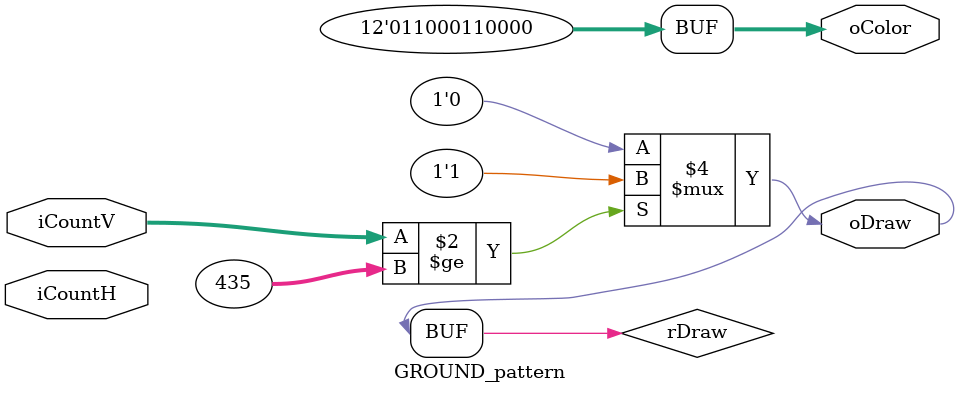
<source format=v>
`timescale 1ns / 1ps

module GROUND_pattern #(
    parameter H_TOT = 800,
    parameter V_TOT = 525,
    parameter GROUND_POS = 435,
    parameter COLOR_SIZE = 12
)
(
    input wire[$clog2(H_TOT)-1:0] iCountH,
    input wire[$clog2(V_TOT)-1:0] iCountV,
    output wire oDraw,
    output wire[COLOR_SIZE-1:0] oColor
);

    reg rDraw;
    
    assign oDraw = rDraw;
    assign oColor = 12'h630;
    
    always @(*) begin
        rDraw = 1'b0;
        
        if(iCountV >= GROUND_POS)
            rDraw = 1'b1;
    end
    
endmodule

</source>
